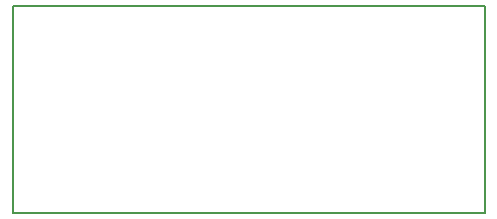
<source format=gbr>
%FSLAX23Y23*%
%MOIN*%
G04 EasyPC Gerber Version 17.0 Build 3379 *
%ADD81C,0.00500*%
X0Y0D02*
D02*
D81*
X1844Y228D02*
X270D01*
Y918*
X1844*
Y228*
X0Y0D02*
M02*

</source>
